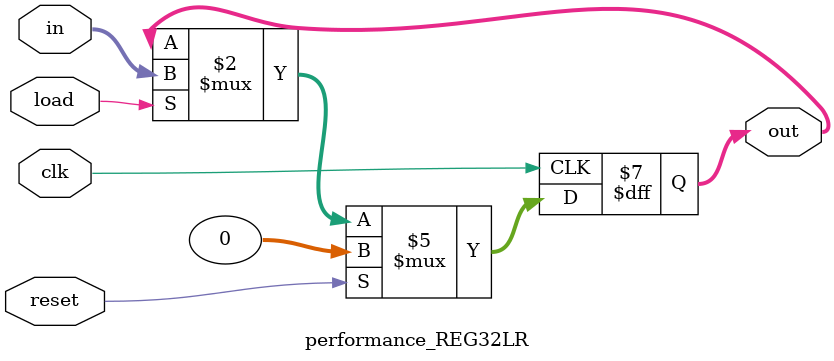
<source format=v>
  module performance_REG32LR ( 
in,
 load,
 reset,
 out,
 clk);
input [31:0] in;
input  load;
input  reset;
input  clk;
output [31:0] out;

reg [31:0] out;
always @(posedge clk)
if (reset) out <= 32'b0;
else if (load) out <= in;
endmodule

</source>
